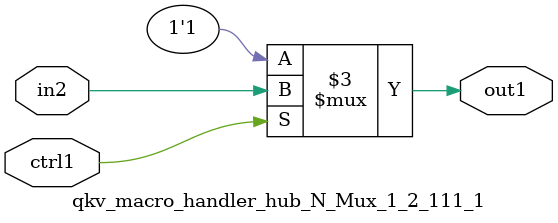
<source format=v>

`timescale 1ps / 1ps


module qkv_macro_handler_hub_N_Mux_1_2_111_1( in2, ctrl1, out1 );

    input in2;
    input ctrl1;
    output out1;
    reg out1;

    
    // rtl_process:qkv_macro_handler_hub_N_Mux_1_2_111_1/qkv_macro_handler_hub_N_Mux_1_2_111_1_thread_1
    always @*
      begin : qkv_macro_handler_hub_N_Mux_1_2_111_1_thread_1
        case (ctrl1) 
          1'b1: 
            begin
              out1 = in2;
            end
          default: 
            begin
              out1 = 1'b1;
            end
        endcase
      end

endmodule



</source>
